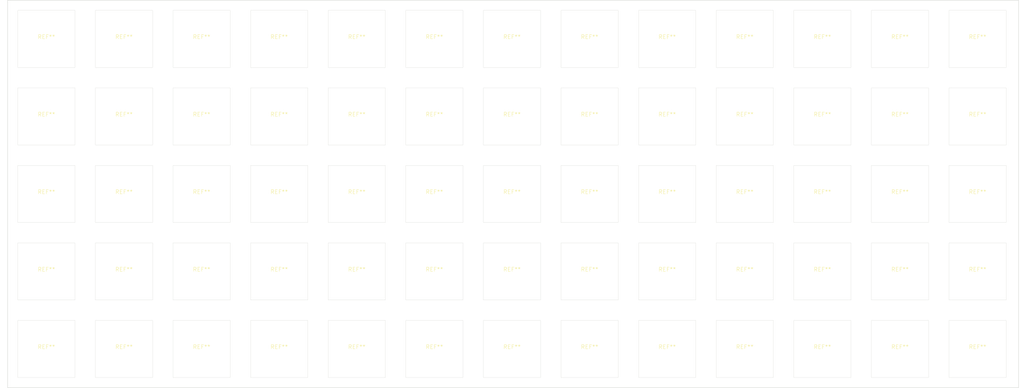
<source format=kicad_pcb>
(kicad_pcb (version 20221018) (generator pcbnew)
  (layers (0 "F.Cu" signal) (31 "B.Cu" signal) (34 "B.Paste" user) (35 "F.Paste" user) (36 "B.SilkS" user "B.Silkscreen") (37 "F.SilkS" user "F.Silkscreen") (38 "B.Mask" user) (39 "F.Mask" user) (44 "Edge.Cuts" user))
  (net 0 "")
  (footprint "My_Parts:Gateron_LowProfile_2.0_CHole" (layer "F.Cu") (at 130.5 88.5)
    (fp_text reference "REF**" (at 0 -0.5 unlocked) (layer "F.SilkS") (effects (font (thickness 0.1))))
    (fp_text value "Gateron_LowProfile_2.0_CHole")
    (fp_rect (start -7 -7) (end 7 7) (stroke (width 0.05)) (fill none) (layer "Edge.Cuts"))
  )
  (footprint "My_Parts:Gateron_LowProfile_2.0_CHole" (layer "F.Cu") (at 35.5 69.5)
    (fp_text reference "REF**" (at 0 -0.5 unlocked) (layer "F.SilkS") (effects (font (thickness 0.1))))
    (fp_text value "Gateron_LowProfile_2.0_CHole")
    (fp_rect (start -7 -7) (end 7 7) (stroke (width 0.05)) (fill none) (layer "Edge.Cuts"))
  )
  (footprint "My_Parts:Gateron_LowProfile_2.0_CHole" (layer "F.Cu") (at 225.5 126.5)
    (fp_text reference "REF**" (at 0 -0.5 unlocked) (layer "F.SilkS") (effects (font (thickness 0.1))))
    (fp_text value "Gateron_LowProfile_2.0_CHole")
    (fp_rect (start -7 -7) (end 7 7) (stroke (width 0.05)) (fill none) (layer "Edge.Cuts"))
  )
  (footprint "My_Parts:Gateron_LowProfile_2.0_CHole" (layer "F.Cu") (at 187.5 69.5)
    (fp_text reference "REF**" (at 0 -0.5 unlocked) (layer "F.SilkS") (effects (font (thickness 0.1))))
    (fp_text value "Gateron_LowProfile_2.0_CHole")
    (fp_rect (start -7 -7) (end 7 7) (stroke (width 0.05)) (fill none) (layer "Edge.Cuts"))
  )
  (footprint "My_Parts:Gateron_LowProfile_2.0_CHole" (layer "F.Cu") (at 35.5 107.5)
    (fp_text reference "REF**" (at 0 -0.5 unlocked) (layer "F.SilkS") (effects (font (thickness 0.1))))
    (fp_text value "Gateron_LowProfile_2.0_CHole")
    (fp_rect (start -7 -7) (end 7 7) (stroke (width 0.05)) (fill none) (layer "Edge.Cuts"))
  )
  (footprint "MountingHole:MountingHole_3.2mm_M3_ISO7380" (layer "F.Cu") (at 45 79)
    (fp_text reference "REF**" hide)
    (fp_text value "MountingHole_3.2mm_M3_ISO7380")
    (pad "" np_thru_hole circle (at 0 0) (size 3.2 3.2) (drill 3.2) (layers "*.Cu" "*.Mask"))
  )
  (footprint "MountingHole:MountingHole_3.2mm_M3_ISO7380" (layer "F.Cu") (at 159 98)
    (fp_text reference "REF**" hide)
    (fp_text value "MountingHole_3.2mm_M3_ISO7380")
    (pad "" np_thru_hole circle (at 0 0) (size 3.2 3.2) (drill 3.2) (layers "F&B.Cu" "*.Mask"))
  )
  (footprint "My_Parts:Gateron_LowProfile_2.0_CHole" (layer "F.Cu") (at 73.5 69.5)
    (fp_text reference "REF**" (at 0 -0.5 unlocked) (layer "F.SilkS") (effects (font (thickness 0.1))))
    (fp_text value "Gateron_LowProfile_2.0_CHole")
    (fp_rect (start -7 -7) (end 7 7) (stroke (width 0.05)) (fill none) (layer "Edge.Cuts"))
  )
  (footprint "My_Parts:Gateron_LowProfile_2.0_CHole" (layer "F.Cu") (at 187.5 107.5)
    (fp_text reference "REF**" (at 0 -0.5 unlocked) (layer "F.SilkS") (effects (font (thickness 0.1))))
    (fp_text value "Gateron_LowProfile_2.0_CHole")
    (fp_rect (start -7 -7) (end 7 7) (stroke (width 0.05)) (fill none) (layer "Edge.Cuts"))
  )
  (footprint "MountingHole:MountingHole_3.2mm_M3_ISO7380" (layer "F.Cu") (at 140 117)
    (fp_text reference "REF**" hide)
    (fp_text value "MountingHole_3.2mm_M3_ISO7380")
    (pad "" np_thru_hole circle (at 0 0) (size 3.2 3.2) (drill 3.2) (layers "F&B.Cu" "*.Mask"))
  )
  (footprint "My_Parts:Gateron_LowProfile_2.0_CHole" (layer "F.Cu") (at 54.5 145.5)
    (fp_text reference "REF**" (at 0 -0.5 unlocked) (layer "F.SilkS") (effects (font (thickness 0.1))))
    (fp_text value "Gateron_LowProfile_2.0_CHole")
    (fp_rect (start -7 -7) (end 7 7) (stroke (width 0.05)) (fill none) (layer "Edge.Cuts"))
  )
  (footprint "My_Parts:Gateron_LowProfile_2.0_CHole" (layer "F.Cu") (at 187.5 145.5)
    (fp_text reference "REF**" (at 0 -0.5 unlocked) (layer "F.SilkS") (effects (font (thickness 0.1))))
    (fp_text value "Gateron_LowProfile_2.0_CHole")
    (fp_rect (start -7 -7) (end 7 7) (stroke (width 0.05)) (fill none) (layer "Edge.Cuts"))
  )
  (footprint "My_Parts:Gateron_LowProfile_2.0_CHole" (layer "F.Cu") (at 92.5 88.5)
    (fp_text reference "REF**" (at 0 -0.5 unlocked) (layer "F.SilkS") (effects (font (thickness 0.1))))
    (fp_text value "Gateron_LowProfile_2.0_CHole")
    (fp_rect (start -7 -7) (end 7 7) (stroke (width 0.05)) (fill none) (layer "Edge.Cuts"))
  )
  (footprint "My_Parts:Gateron_LowProfile_2.0_CHole" (layer "F.Cu") (at 130.5 145.5)
    (fp_text reference "REF**" (at 0 -0.5 unlocked) (layer "F.SilkS") (effects (font (thickness 0.1))))
    (fp_text value "Gateron_LowProfile_2.0_CHole")
    (fp_rect (start -7 -7) (end 7 7) (stroke (width 0.05)) (fill none) (layer "Edge.Cuts"))
  )
  (footprint "My_Parts:Gateron_LowProfile_2.0_CHole" (layer "F.Cu") (at 187.5 126.5)
    (fp_text reference "REF**" (at 0 -0.5 unlocked) (layer "F.SilkS") (effects (font (thickness 0.1))))
    (fp_text value "Gateron_LowProfile_2.0_CHole")
    (fp_rect (start -7 -7) (end 7 7) (stroke (width 0.05)) (fill none) (layer "Edge.Cuts"))
  )
  (footprint "My_Parts:Gateron_LowProfile_2.0_CHole" (layer "F.Cu") (at 73.5 126.5)
    (fp_text reference "REF**" (at 0 -0.5 unlocked) (layer "F.SilkS") (effects (font (thickness 0.1))))
    (fp_text value "Gateron_LowProfile_2.0_CHole")
    (fp_rect (start -7 -7) (end 7 7) (stroke (width 0.05)) (fill none) (layer "Edge.Cuts"))
  )
  (footprint "My_Parts:Gateron_LowProfile_2.0_CHole" (layer "F.Cu") (at 73.5 107.5)
    (fp_text reference "REF**" (at 0 -0.5 unlocked) (layer "F.SilkS") (effects (font (thickness 0.1))))
    (fp_text value "Gateron_LowProfile_2.0_CHole")
    (fp_rect (start -7 -7) (end 7 7) (stroke (width 0.05)) (fill none) (layer "Edge.Cuts"))
  )
  (footprint "My_Parts:Gateron_LowProfile_2.0_CHole" (layer "F.Cu") (at 130.5 126.5)
    (fp_text reference "REF**" (at 0 -0.5 unlocked) (layer "F.SilkS") (effects (font (thickness 0.1))))
    (fp_text value "Gateron_LowProfile_2.0_CHole")
    (fp_rect (start -7 -7) (end 7 7) (stroke (width 0.05)) (fill none) (layer "Edge.Cuts"))
  )
  (footprint "My_Parts:Gateron_LowProfile_2.0_CHole" (layer "F.Cu") (at 225.5 145.5)
    (fp_text reference "REF**" (at 0 -0.5 unlocked) (layer "F.SilkS") (effects (font (thickness 0.1))))
    (fp_text value "Gateron_LowProfile_2.0_CHole")
    (fp_rect (start -7 -7) (end 7 7) (stroke (width 0.05)) (fill none) (layer "Edge.Cuts"))
  )
  (footprint "My_Parts:Gateron_LowProfile_2.0_CHole" (layer "F.Cu") (at 206.5 126.5)
    (fp_text reference "REF**" (at 0 -0.5 unlocked) (layer "F.SilkS") (effects (font (thickness 0.1))))
    (fp_text value "Gateron_LowProfile_2.0_CHole")
    (fp_rect (start -7 -7) (end 7 7) (stroke (width 0.05)) (fill none) (layer "Edge.Cuts"))
  )
  (footprint "My_Parts:Gateron_LowProfile_2.0_CHole" (layer "F.Cu") (at 244.5 107.5)
    (fp_text reference "REF**" (at 0 -0.5 unlocked) (layer "F.SilkS") (effects (font (thickness 0.1))))
    (fp_text value "Gateron_LowProfile_2.0_CHole")
    (fp_rect (start -7 -7) (end 7 7) (stroke (width 0.05)) (fill none) (layer "Edge.Cuts"))
  )
  (footprint "My_Parts:Gateron_LowProfile_2.0_CHole" (layer "F.Cu") (at 35.5 145.5)
    (fp_text reference "REF**" (at 0 -0.5 unlocked) (layer "F.SilkS") (effects (font (thickness 0.1))))
    (fp_text value "Gateron_LowProfile_2.0_CHole")
    (fp_rect (start -7 -7) (end 7 7) (stroke (width 0.05)) (fill none) (layer "Edge.Cuts"))
  )
  (footprint "My_Parts:Gateron_LowProfile_2.0_CHole" (layer "F.Cu") (at 54.5 88.5)
    (fp_text reference "REF**" (at 0 -0.5 unlocked) (layer "F.SilkS") (effects (font (thickness 0.1))))
    (fp_text value "Gateron_LowProfile_2.0_CHole")
    (fp_rect (start -7 -7) (end 7 7) (stroke (width 0.05)) (fill none) (layer "Edge.Cuts"))
  )
  (footprint "My_Parts:Gateron_LowProfile_2.0_CHole" (layer "F.Cu") (at 168.5 69.5)
    (fp_text reference "REF**" (at 0 -0.5 unlocked) (layer "F.SilkS") (effects (font (thickness 0.1))))
    (fp_text value "Gateron_LowProfile_2.0_CHole")
    (fp_rect (start -7 -7) (end 7 7) (stroke (width 0.05)) (fill none) (layer "Edge.Cuts"))
  )
  (footprint "My_Parts:Gateron_LowProfile_2.0_CHole" (layer "F.Cu") (at 168.5 126.5)
    (fp_text reference "REF**" (at 0 -0.5 unlocked) (layer "F.SilkS") (effects (font (thickness 0.1))))
    (fp_text value "Gateron_LowProfile_2.0_CHole")
    (fp_rect (start -7 -7) (end 7 7) (stroke (width 0.05)) (fill none) (layer "Edge.Cuts"))
  )
  (footprint "My_Parts:Gateron_LowProfile_2.0_CHole" (layer "F.Cu") (at 225.5 88.5)
    (fp_text reference "REF**" (at 0 -0.5 unlocked) (layer "F.SilkS") (effects (font (thickness 0.1))))
    (fp_text value "Gateron_LowProfile_2.0_CHole")
    (fp_rect (start -7 -7) (end 7 7) (stroke (width 0.05)) (fill none) (layer "Edge.Cuts"))
  )
  (footprint "My_Parts:Gateron_LowProfile_2.0_CHole" (layer "F.Cu") (at 244.5 126.5)
    (fp_text reference "REF**" (at 0 -0.5 unlocked) (layer "F.SilkS") (effects (font (thickness 0.1))))
    (fp_text value "Gateron_LowProfile_2.0_CHole")
    (fp_rect (start -7 -7) (end 7 7) (stroke (width 0.05)) (fill none) (layer "Edge.Cuts"))
  )
  (footprint "My_Parts:Gateron_LowProfile_2.0_CHole" (layer "F.Cu") (at 149.5 88.5)
    (fp_text reference "REF**" (at 0 -0.5 unlocked) (layer "F.SilkS") (effects (font (thickness 0.1))))
    (fp_text value "Gateron_LowProfile_2.0_CHole")
    (fp_rect (start -7 -7) (end 7 7) (stroke (width 0.05)) (fill none) (layer "Edge.Cuts"))
  )
  (footprint "My_Parts:Gateron_LowProfile_2.0_CHole" (layer "F.Cu") (at 111.5 107.5)
    (fp_text reference "REF**" (at 0 -0.5 unlocked) (layer "F.SilkS") (effects (font (thickness 0.1))))
    (fp_text value "Gateron_LowProfile_2.0_CHole")
    (fp_rect (start -7 -7) (end 7 7) (stroke (width 0.05)) (fill none) (layer "Edge.Cuts"))
  )
  (footprint "My_Parts:Gateron_LowProfile_2.0_CHole" (layer "F.Cu") (at 35.5 126.5)
    (fp_text reference "REF**" (at 0 -0.5 unlocked) (layer "F.SilkS") (effects (font (thickness 0.1))))
    (fp_text value "Gateron_LowProfile_2.0_CHole")
    (fp_rect (start -7 -7) (end 7 7) (stroke (width 0.05)) (fill none) (layer "Edge.Cuts"))
  )
  (footprint "My_Parts:Gateron_LowProfile_2.0_CHole" (layer "F.Cu") (at 225.5 69.5)
    (fp_text reference "REF**" (at 0 -0.5 unlocked) (layer "F.SilkS") (effects (font (thickness 0.1))))
    (fp_text value "Gateron_LowProfile_2.0_CHole")
    (fp_rect (start -7 -7) (end 7 7) (stroke (width 0.05)) (fill none) (layer "Edge.Cuts"))
  )
  (footprint "My_Parts:Gateron_LowProfile_2.0_CHole" (layer "F.Cu") (at 149.5 126.5)
    (fp_text reference "REF**" (at 0 -0.5 unlocked) (layer "F.SilkS") (effects (font (thickness 0.1))))
    (fp_text value "Gateron_LowProfile_2.0_CHole")
    (fp_rect (start -7 -7) (end 7 7) (stroke (width 0.05)) (fill none) (layer "Edge.Cuts"))
  )
  (footprint "My_Parts:Gateron_LowProfile_2.0_CHole" (layer "F.Cu") (at 111.5 88.5)
    (fp_text reference "REF**" (at 0 -0.5 unlocked) (layer "F.SilkS") (effects (font (thickness 0.1))))
    (fp_text value "Gateron_LowProfile_2.0_CHole")
    (fp_rect (start -7 -7) (end 7 7) (stroke (width 0.05)) (fill none) (layer "Edge.Cuts"))
  )
  (footprint "My_Parts:Gateron_LowProfile_2.0_CHole" (layer "F.Cu") (at 206.5 107.5)
    (fp_text reference "REF**" (at 0 -0.5 unlocked) (layer "F.SilkS") (effects (font (thickness 0.1))))
    (fp_text value "Gateron_LowProfile_2.0_CHole")
    (fp_rect (start -7 -7) (end 7 7) (stroke (width 0.05)) (fill none) (layer "Edge.Cuts"))
  )
  (footprint "My_Parts:Gateron_LowProfile_2.0_CHole" (layer "F.Cu") (at 92.5 145.5)
    (fp_text reference "REF**" (at 0 -0.5 unlocked) (layer "F.SilkS") (effects (font (thickness 0.1))))
    (fp_text value "Gateron_LowProfile_2.0_CHole")
    (fp_rect (start -7 -7) (end 7 7) (stroke (width 0.05)) (fill none) (layer "Edge.Cuts"))
  )
  (footprint "My_Parts:Gateron_LowProfile_2.0_CHole" (layer "F.Cu") (at 54.5 107.5)
    (fp_text reference "REF**" (at 0 -0.5 unlocked) (layer "F.SilkS") (effects (font (thickness 0.1))))
    (fp_text value "Gateron_LowProfile_2.0_CHole")
    (fp_rect (start -7 -7) (end 7 7) (stroke (width 0.05)) (fill none) (layer "Edge.Cuts"))
  )
  (footprint "My_Parts:Gateron_LowProfile_2.0_CHole" (layer "F.Cu") (at 244.5 69.5)
    (fp_text reference "REF**" (at 0 -0.5 unlocked) (layer "F.SilkS") (effects (font (thickness 0.1))))
    (fp_text value "Gateron_LowProfile_2.0_CHole")
    (fp_rect (start -7 -7) (end 7 7) (stroke (width 0.05)) (fill none) (layer "Edge.Cuts"))
  )
  (footprint "My_Parts:Gateron_LowProfile_2.0_CHole" (layer "F.Cu") (at 149.5 145.5)
    (fp_text reference "REF**" (at 0 -0.5 unlocked) (layer "F.SilkS") (effects (font (thickness 0.1))))
    (fp_text value "Gateron_LowProfile_2.0_CHole")
    (fp_rect (start -7 -7) (end 7 7) (stroke (width 0.05)) (fill none) (layer "Edge.Cuts"))
  )
  (footprint "My_Parts:Gateron_LowProfile_2.0_CHole" (layer "F.Cu") (at 54.5 69.5)
    (fp_text reference "REF**" (at 0 -0.5 unlocked) (layer "F.SilkS") (effects (font (thickness 0.1))))
    (fp_text value "Gateron_LowProfile_2.0_CHole")
    (fp_rect (start -7 -7) (end 7 7) (stroke (width 0.05)) (fill none) (layer "Edge.Cuts"))
  )
  (footprint "My_Parts:Gateron_LowProfile_2.0_CHole" (layer "F.Cu") (at 111.5 126.5)
    (fp_text reference "REF**" (at 0 -0.5 unlocked) (layer "F.SilkS") (effects (font (thickness 0.1))))
    (fp_text value "Gateron_LowProfile_2.0_CHole")
    (fp_rect (start -7 -7) (end 7 7) (stroke (width 0.05)) (fill none) (layer "Edge.Cuts"))
  )
  (footprint "My_Parts:Gateron_LowProfile_2.0_CHole" (layer "F.Cu") (at 206.5 69.5)
    (fp_text reference "REF**" (at 0 -0.5 unlocked) (layer "F.SilkS") (effects (font (thickness 0.1))))
    (fp_text value "Gateron_LowProfile_2.0_CHole")
    (fp_rect (start -7 -7) (end 7 7) (stroke (width 0.05)) (fill none) (layer "Edge.Cuts"))
  )
  (footprint "My_Parts:Gateron_LowProfile_2.0_CHole" (layer "F.Cu") (at 263.5 88.5)
    (fp_text reference "REF**" (at 0 -0.5 unlocked) (layer "F.SilkS") (effects (font (thickness 0.1))))
    (fp_text value "Gateron_LowProfile_2.0_CHole")
    (fp_rect (start -7 -7) (end 7 7) (stroke (width 0.05)) (fill none) (layer "Edge.Cuts"))
  )
  (footprint "My_Parts:Gateron_LowProfile_2.0_CHole" (layer "F.Cu") (at 263.5 69.5)
    (fp_text reference "REF**" (at 0 -0.5 unlocked) (layer "F.SilkS") (effects (font (thickness 0.1))))
    (fp_text value "Gateron_LowProfile_2.0_CHole")
    (fp_rect (start -7 -7) (end 7 7) (stroke (width 0.05)) (fill none) (layer "Edge.Cuts"))
  )
  (footprint "My_Parts:Gateron_LowProfile_2.0_CHole" (layer "F.Cu") (at 35.5 88.5)
    (fp_text reference "REF**" (at 0 -0.5 unlocked) (layer "F.SilkS") (effects (font (thickness 0.1))))
    (fp_text value "Gateron_LowProfile_2.0_CHole")
    (fp_rect (start -7 -7) (end 7 7) (stroke (width 0.05)) (fill none) (layer "Edge.Cuts"))
  )
  (footprint "My_Parts:Gateron_LowProfile_2.0_CHole" (layer "F.Cu") (at 54.5 126.5)
    (fp_text reference "REF**" (at 0 -0.5 unlocked) (layer "F.SilkS") (effects (font (thickness 0.1))))
    (fp_text value "Gateron_LowProfile_2.0_CHole")
    (fp_rect (start -7 -7) (end 7 7) (stroke (width 0.05)) (fill none) (layer "Edge.Cuts"))
  )
  (footprint "My_Parts:Gateron_LowProfile_2.0_CHole" (layer "F.Cu") (at 130.5 69.5)
    (fp_text reference "REF**" (at 0 -0.5 unlocked) (layer "F.SilkS") (effects (font (thickness 0.1))))
    (fp_text value "Gateron_LowProfile_2.0_CHole")
    (fp_rect (start -7 -7) (end 7 7) (stroke (width 0.05)) (fill none) (layer "Edge.Cuts"))
  )
  (footprint "My_Parts:Gateron_LowProfile_2.0_CHole" (layer "F.Cu") (at 168.5 88.5)
    (fp_text reference "REF**" (at 0 -0.5 unlocked) (layer "F.SilkS") (effects (font (thickness 0.1))))
    (fp_text value "Gateron_LowProfile_2.0_CHole")
    (fp_rect (start -7 -7) (end 7 7) (stroke (width 0.05)) (fill none) (layer "Edge.Cuts"))
  )
  (footprint "My_Parts:Gateron_LowProfile_2.0_CHole" (layer "F.Cu") (at 149.5 107.5)
    (fp_text reference "REF**" (at 0 -0.5 unlocked) (layer "F.SilkS") (effects (font (thickness 0.1))))
    (fp_text value "Gateron_LowProfile_2.0_CHole")
    (fp_rect (start -7 -7) (end 7 7) (stroke (width 0.05)) (fill none) (layer "Edge.Cuts"))
  )
  (footprint "MountingHole:MountingHole_3.2mm_M3_ISO7380" (layer "F.Cu") (at 45 136)
    (fp_text reference "REF**" hide)
    (fp_text value "MountingHole_3.2mm_M3_ISO7380")
    (pad "" np_thru_hole circle (at 0 0) (size 3.2 3.2) (drill 3.2) (layers "F&B.Cu" "*.Mask"))
  )
  (footprint "My_Parts:Gateron_LowProfile_2.0_CHole" (layer "F.Cu") (at 206.5 88.5)
    (fp_text reference "REF**" (at 0 -0.5 unlocked) (layer "F.SilkS") (effects (font (thickness 0.1))))
    (fp_text value "Gateron_LowProfile_2.0_CHole")
    (fp_rect (start -7 -7) (end 7 7) (stroke (width 0.05)) (fill none) (layer "Edge.Cuts"))
  )
  (footprint "My_Parts:Gateron_LowProfile_2.0_CHole" (layer "F.Cu") (at 263.5 126.5)
    (fp_text reference "REF**" (at 0 -0.5 unlocked) (layer "F.SilkS") (effects (font (thickness 0.1))))
    (fp_text value "Gateron_LowProfile_2.0_CHole")
    (fp_rect (start -7 -7) (end 7 7) (stroke (width 0.05)) (fill none) (layer "Edge.Cuts"))
  )
  (footprint "My_Parts:Gateron_LowProfile_2.0_CHole" (layer "F.Cu") (at 206.5 145.5)
    (fp_text reference "REF**" (at 0 -0.5 unlocked) (layer "F.SilkS") (effects (font (thickness 0.1))))
    (fp_text value "Gateron_LowProfile_2.0_CHole")
    (fp_rect (start -7 -7) (end 7 7) (stroke (width 0.05)) (fill none) (layer "Edge.Cuts"))
  )
  (footprint "My_Parts:Gateron_LowProfile_2.0_CHole" (layer "F.Cu") (at 130.5 107.5)
    (fp_text reference "REF**" (at 0 -0.5 unlocked) (layer "F.SilkS") (effects (font (thickness 0.1))))
    (fp_text value "Gateron_LowProfile_2.0_CHole")
    (fp_rect (start -7 -7) (end 7 7) (stroke (width 0.05)) (fill none) (layer "Edge.Cuts"))
  )
  (footprint "My_Parts:Gateron_LowProfile_2.0_CHole" (layer "F.Cu") (at 73.5 88.5)
    (fp_text reference "REF**" (at 0 -0.5 unlocked) (layer "F.SilkS") (effects (font (thickness 0.1))))
    (fp_text value "Gateron_LowProfile_2.0_CHole")
    (fp_rect (start -7 -7) (end 7 7) (stroke (width 0.05)) (fill none) (layer "Edge.Cuts"))
  )
  (footprint "My_Parts:Gateron_LowProfile_2.0_CHole" (layer "F.Cu") (at 92.5 107.5)
    (fp_text reference "REF**" (at 0 -0.5 unlocked) (layer "F.SilkS") (effects (font (thickness 0.1))))
    (fp_text value "Gateron_LowProfile_2.0_CHole")
    (fp_rect (start -7 -7) (end 7 7) (stroke (width 0.05)) (fill none) (layer "Edge.Cuts"))
  )
  (footprint "My_Parts:Gateron_LowProfile_2.0_CHole" (layer "F.Cu") (at 244.5 145.5)
    (fp_text reference "REF**" (at 0 -0.5 unlocked) (layer "F.SilkS") (effects (font (thickness 0.1))))
    (fp_text value "Gateron_LowProfile_2.0_CHole")
    (fp_rect (start -7 -7) (end 7 7) (stroke (width 0.05)) (fill none) (layer "Edge.Cuts"))
  )
  (footprint "My_Parts:Gateron_LowProfile_2.0_CHole" (layer "F.Cu") (at 111.5 69.5)
    (fp_text reference "REF**" (at 0 -0.5 unlocked) (layer "F.SilkS") (effects (font (thickness 0.1))))
    (fp_text value "Gateron_LowProfile_2.0_CHole")
    (fp_rect (start -7 -7) (end 7 7) (stroke (width 0.05)) (fill none) (layer "Edge.Cuts"))
  )
  (footprint "My_Parts:Gateron_LowProfile_2.0_CHole" (layer "F.Cu") (at 225.5 107.5)
    (fp_text reference "REF**" (at 0 -0.5 unlocked) (layer "F.SilkS") (effects (font (thickness 0.1))))
    (fp_text value "Gateron_LowProfile_2.0_CHole")
    (fp_rect (start -7 -7) (end 7 7) (stroke (width 0.05)) (fill none) (layer "Edge.Cuts"))
  )
  (footprint "My_Parts:Gateron_LowProfile_2.0_CHole" (layer "F.Cu") (at 263.5 145.5)
    (fp_text reference "REF**" (at 0 -0.5 unlocked) (layer "F.SilkS") (effects (font (thickness 0.1))))
    (fp_text value "Gateron_LowProfile_2.0_CHole")
    (fp_rect (start -7 -7) (end 7 7) (stroke (width 0.05)) (fill none) (layer "Edge.Cuts"))
  )
  (footprint "My_Parts:Gateron_LowProfile_2.0_CHole" (layer "F.Cu") (at 92.5 126.5)
    (fp_text reference "REF**" (at 0 -0.5 unlocked) (layer "F.SilkS") (effects (font (thickness 0.1))))
    (fp_text value "Gateron_LowProfile_2.0_CHole")
    (fp_rect (start -7 -7) (end 7 7) (stroke (width 0.05)) (fill none) (layer "Edge.Cuts"))
  )
  (footprint "My_Parts:Gateron_LowProfile_2.0_CHole" (layer "F.Cu") (at 263.5 107.5)
    (fp_text reference "REF**" (at 0 -0.5 unlocked) (layer "F.SilkS") (effects (font (thickness 0.1))))
    (fp_text value "Gateron_LowProfile_2.0_CHole")
    (fp_rect (start -7 -7) (end 7 7) (stroke (width 0.05)) (fill none) (layer "Edge.Cuts"))
  )
  (footprint "My_Parts:Gateron_LowProfile_2.0_CHole" (layer "F.Cu") (at 244.5 88.5)
    (fp_text reference "REF**" (at 0 -0.5 unlocked) (layer "F.SilkS") (effects (font (thickness 0.1))))
    (fp_text value "Gateron_LowProfile_2.0_CHole")
    (fp_rect (start -7 -7) (end 7 7) (stroke (width 0.05)) (fill none) (layer "Edge.Cuts"))
  )
  (footprint "My_Parts:Gateron_LowProfile_2.0_CHole" (layer "F.Cu") (at 187.5 88.5)
    (fp_text reference "REF**" (at 0 -0.5 unlocked) (layer "F.SilkS") (effects (font (thickness 0.1))))
    (fp_text value "Gateron_LowProfile_2.0_CHole")
    (fp_rect (start -7 -7) (end 7 7) (stroke (width 0.05)) (fill none) (layer "Edge.Cuts"))
  )
  (footprint "My_Parts:Gateron_LowProfile_2.0_CHole" (layer "F.Cu") (at 92.5 69.5)
    (fp_text reference "REF**" (at 0 -0.5 unlocked) (layer "F.SilkS") (effects (font (thickness 0.1))))
    (fp_text value "Gateron_LowProfile_2.0_CHole")
    (fp_rect (start -7 -7) (end 7 7) (stroke (width 0.05)) (fill none) (layer "Edge.Cuts"))
  )
  (footprint "My_Parts:Gateron_LowProfile_2.0_CHole" (layer "F.Cu") (at 111.5 145.5)
    (fp_text reference "REF**" (at 0 -0.5 unlocked) (layer "F.SilkS") (effects (font (thickness 0.1))))
    (fp_text value "Gateron_LowProfile_2.0_CHole")
    (fp_rect (start -7 -7) (end 7 7) (stroke (width 0.05)) (fill none) (layer "Edge.Cuts"))
  )
  (footprint "My_Parts:Gateron_LowProfile_2.0_CHole" (layer "F.Cu") (at 73.5 145.5)
    (fp_text reference "REF**" (at 0 -0.5 unlocked) (layer "F.SilkS") (effects (font (thickness 0.1))))
    (fp_text value "Gateron_LowProfile_2.0_CHole")
    (fp_rect (start -7 -7) (end 7 7) (stroke (width 0.05)) (fill none) (layer "Edge.Cuts"))
  )
  (footprint "My_Parts:Gateron_LowProfile_2.0_CHole" (layer "F.Cu") (at 168.5 145.5)
    (fp_text reference "REF**" (at 0 -0.5 unlocked) (layer "F.SilkS") (effects (font (thickness 0.1))))
    (fp_text value "Gateron_LowProfile_2.0_CHole")
    (fp_rect (start -7 -7) (end 7 7) (stroke (width 0.05)) (fill none) (layer "Edge.Cuts"))
  )
  (footprint "My_Parts:Gateron_LowProfile_2.0_CHole" (layer "F.Cu") (at 168.5 107.5)
    (fp_text reference "REF**" (at 0 -0.5 unlocked) (layer "F.SilkS") (effects (font (thickness 0.1))))
    (fp_text value "Gateron_LowProfile_2.0_CHole")
    (fp_rect (start -7 -7) (end 7 7) (stroke (width 0.05)) (fill none) (layer "Edge.Cuts"))
  )
  (footprint "MountingHole:MountingHole_3.2mm_M3_ISO7380" (layer "F.Cu") (at 254 136)
    (fp_text reference "REF**" hide)
    (fp_text value "MountingHole_3.2mm_M3_ISO7380")
    (pad "" np_thru_hole circle (at 0 0) (size 3.2 3.2) (drill 3.2) (layers "F&B.Cu" "*.Mask"))
  )
  (footprint "MountingHole:MountingHole_3.2mm_M3_ISO7380" (layer "F.Cu") (at 254 79)
    (fp_text reference "REF**" hide)
    (fp_text value "MountingHole_3.2mm_M3_ISO7380")
    (pad "" np_thru_hole circle (at 0 0) (size 3.2 3.2) (drill 3.2) (layers "F&B.Cu" "*.Mask"))
  )
  (footprint "My_Parts:Gateron_LowProfile_2.0_CHole" (layer "F.Cu") (at 149.5 69.5)
    (fp_text reference "REF**" (at 0 -0.5 unlocked) (layer "F.SilkS") (effects (font (thickness 0.1))))
    (fp_text value "Gateron_LowProfile_2.0_CHole")
    (fp_rect (start -7 -7) (end 7 7) (stroke (width 0.05)) (fill none) (layer "Edge.Cuts"))
  )
  (gr_rect (start 26 60) (end 273.525 155) (stroke (width 0.1)) (fill none) (layer "Edge.Cuts"))
)
</source>
